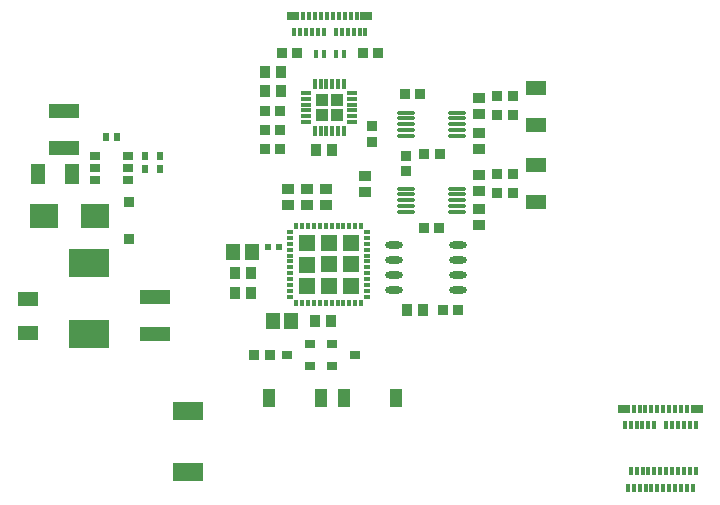
<source format=gbr>
%FSTAX23Y23*%
%MOIN*%
%SFA1B1*%

%IPPOS*%
%AMD13*
4,1,8,0.027600,0.005500,-0.027600,0.005500,-0.028900,0.004100,-0.028900,-0.004100,-0.027600,-0.005500,0.027600,-0.005500,0.028900,-0.004100,0.028900,0.004100,0.027600,0.005500,0.0*
1,1,0.002756,0.027600,0.004100*
1,1,0.002756,-0.027600,0.004100*
1,1,0.002756,-0.027600,-0.004100*
1,1,0.002756,0.027600,-0.004100*
%
%AMD22*
4,1,8,-0.006900,0.007100,-0.006900,-0.007100,-0.005200,-0.008900,0.005200,-0.008900,0.006900,-0.007100,0.006900,0.007100,0.005200,0.008900,-0.005200,0.008900,-0.006900,0.007100,0.0*
1,1,0.003444,-0.005200,0.007100*
1,1,0.003444,-0.005200,-0.007100*
1,1,0.003444,0.005200,-0.007100*
1,1,0.003444,0.005200,0.007100*
%
%AMD23*
4,1,8,0.007100,0.006900,-0.007100,0.006900,-0.008900,0.005200,-0.008900,-0.005200,-0.007100,-0.006900,0.007100,-0.006900,0.008900,-0.005200,0.008900,0.005200,0.007100,0.006900,0.0*
1,1,0.003444,0.007100,0.005200*
1,1,0.003444,-0.007100,0.005200*
1,1,0.003444,-0.007100,-0.005200*
1,1,0.003444,0.007100,-0.005200*
%
%AMD24*
4,1,8,0.005100,-0.015800,0.005100,0.015800,0.004800,0.016100,-0.004800,0.016100,-0.005100,0.015800,-0.005100,-0.015800,-0.004800,-0.016100,0.004800,-0.016100,0.005100,-0.015800,0.0*
1,1,0.000716,0.004800,-0.015800*
1,1,0.000716,0.004800,0.015800*
1,1,0.000716,-0.004800,0.015800*
1,1,0.000716,-0.004800,-0.015800*
%
%AMD25*
4,1,8,0.005100,-0.016200,0.005100,0.016200,0.004800,0.016500,-0.004800,0.016500,-0.005100,0.016200,-0.005100,-0.016200,-0.004800,-0.016500,0.004800,-0.016500,0.005100,-0.016200,0.0*
1,1,0.000716,0.004800,-0.016200*
1,1,0.000716,0.004800,0.016200*
1,1,0.000716,-0.004800,0.016200*
1,1,0.000716,-0.004800,-0.016200*
%
%AMD26*
4,1,8,0.015800,0.005100,-0.015800,0.005100,-0.016100,0.004800,-0.016100,-0.004800,-0.015800,-0.005100,0.015800,-0.005100,0.016100,-0.004800,0.016100,0.004800,0.015800,0.005100,0.0*
1,1,0.000716,0.015800,0.004800*
1,1,0.000716,-0.015800,0.004800*
1,1,0.000716,-0.015800,-0.004800*
1,1,0.000716,0.015800,-0.004800*
%
%ADD11R,0.041339X0.062992*%
%ADD12R,0.011811X0.031496*%
G04~CAMADD=13~8~0.0~0.0~578.7~110.2~13.8~0.0~15~0.0~0.0~0.0~0.0~0~0.0~0.0~0.0~0.0~0~0.0~0.0~0.0~0.0~578.7~110.2*
%ADD13D13*%
%ADD14R,0.033465X0.037402*%
%ADD15R,0.066929X0.045276*%
%ADD16R,0.039370X0.035433*%
%ADD17R,0.011811X0.027559*%
%ADD18R,0.039370X0.027559*%
%ADD19R,0.019685X0.023622*%
%ADD20R,0.051181X0.055118*%
G04~CAMADD=22~8~0.0~0.0~177.2~137.8~17.2~0.0~15~0.0~0.0~0.0~0.0~0~0.0~0.0~0.0~0.0~0~0.0~0.0~0.0~90.0~138.0~178.0*
%ADD22D22*%
G04~CAMADD=23~8~0.0~0.0~177.2~137.8~17.2~0.0~15~0.0~0.0~0.0~0.0~0~0.0~0.0~0.0~0.0~0~0.0~0.0~0.0~0.0~177.2~137.8*
%ADD23D23*%
G04~CAMADD=24~8~0.0~0.0~322.8~102.4~3.6~0.0~15~0.0~0.0~0.0~0.0~0~0.0~0.0~0.0~0.0~0~0.0~0.0~0.0~270.0~102.0~322.0*
%ADD24D24*%
G04~CAMADD=25~8~0.0~0.0~330.7~102.4~3.6~0.0~15~0.0~0.0~0.0~0.0~0~0.0~0.0~0.0~0.0~0~0.0~0.0~0.0~270.0~102.0~330.0*
%ADD25D25*%
G04~CAMADD=26~8~0.0~0.0~322.8~102.4~3.6~0.0~15~0.0~0.0~0.0~0.0~0~0.0~0.0~0.0~0.0~0~0.0~0.0~0.0~0.0~322.8~102.4*
%ADD26D26*%
%ADD28R,0.137795X0.092520*%
%ADD29R,0.035433X0.039370*%
%ADD30R,0.098425X0.045276*%
%ADD31R,0.096457X0.084646*%
%ADD32R,0.070866X0.051181*%
%ADD33R,0.037402X0.025591*%
%ADD34R,0.023622X0.025197*%
%ADD35R,0.023622X0.029528*%
%ADD36R,0.051181X0.070866*%
%ADD37R,0.037402X0.035433*%
%ADD38R,0.037402X0.033465*%
%ADD39R,0.102362X0.059055*%
%ADD40R,0.035433X0.031496*%
%ADD41O,0.059055X0.023622*%
%ADD42R,0.015748X0.027559*%
%ADD78R,0.055000X0.055000*%
%ADD79R,0.040000X0.040000*%
%LNpcb_power_measurement_paste_top-1*%
%LPD*%
G54D11*
X03369Y02034D03*
X03194D03*
X03619Y02035D03*
X03444D03*
G54D12*
X04607Y01734D03*
X04587D03*
X04568D03*
X04548D03*
X04528D03*
X04509D03*
X04489D03*
X04469D03*
X0445D03*
X0443D03*
X0441D03*
X0439D03*
X044Y01793D03*
X0442D03*
X0444D03*
X04459D03*
X04479D03*
X04499D03*
X04518D03*
X04538D03*
X04558D03*
X04577D03*
X04597D03*
X04617D03*
G54D13*
X03652Y02733D03*
Y02714D03*
Y02694D03*
Y02674D03*
Y02654D03*
X03821D03*
Y02674D03*
Y02694D03*
Y02714D03*
Y02733D03*
X03652Y02986D03*
Y02967D03*
Y02947D03*
Y02927D03*
Y02908D03*
X03821D03*
Y02927D03*
Y02947D03*
Y02967D03*
Y02986D03*
G54D14*
X03699Y03049D03*
X03648D03*
X03711Y02603D03*
X03762D03*
X04006Y02977D03*
X03955D03*
X04006Y02782D03*
X03955D03*
X04006Y02719D03*
X03955D03*
X03763Y02847D03*
X03712D03*
X04006Y0304D03*
X03955D03*
X03145Y02179D03*
X03196D03*
X03773Y02328D03*
X03824D03*
X03181Y02927D03*
X03232D03*
Y02864D03*
X03181D03*
X03232Y0299D03*
X03181D03*
X03507Y03185D03*
X03559D03*
X03236D03*
X03287D03*
G54D15*
X04085Y02687D03*
Y02812D03*
Y02945D03*
Y03069D03*
G54D16*
X03895Y02665D03*
Y02611D03*
Y02864D03*
Y02917D03*
Y02981D03*
Y03034D03*
Y02777D03*
Y02724D03*
X03513Y02776D03*
Y02723D03*
X03385Y0273D03*
Y02677D03*
X03322Y0273D03*
Y02677D03*
X03259D03*
Y0273D03*
G54D17*
X04597Y01946D03*
X04577D03*
X04558D03*
X04538D03*
X04518D03*
X04617D03*
X04459D03*
X04439D03*
X0442D03*
X044D03*
X0438D03*
X04479D03*
X0441Y01998D03*
X0443D03*
X04449D03*
X04469D03*
X04489D03*
X04528D03*
X04548D03*
X04567D03*
X04587D03*
X04508D03*
X03407Y03307D03*
X03486D03*
X03466D03*
X03446D03*
X03427D03*
X03387D03*
X03368D03*
X03348D03*
X03328D03*
X03309D03*
X03377Y03255D03*
X03279D03*
X03299D03*
X03318D03*
X03338D03*
X03358D03*
X03515D03*
X03417D03*
X03437D03*
X03456D03*
X03476D03*
X03496D03*
G54D18*
X04376Y01998D03*
X04621Y01998D03*
X03519Y03307D03*
X03275Y03307D03*
G54D19*
X03227Y02539D03*
X03192D03*
G54D20*
X03269Y0229D03*
X03206D03*
X03073Y02522D03*
X03136D03*
G54D22*
X03285Y02608D03*
X03305D03*
X03324D03*
X03344D03*
X03364D03*
X03383D03*
X03403D03*
X03423D03*
X03442D03*
X03462D03*
X03482D03*
X03501D03*
Y02351D03*
X03482D03*
X03462D03*
X03442D03*
X03423D03*
X03403D03*
X03383D03*
X03364D03*
X03344D03*
X03324D03*
X03305D03*
X03285D03*
G54D23*
X03522Y02588D03*
Y02568D03*
Y02549D03*
Y02529D03*
Y02509D03*
Y0249D03*
Y0247D03*
Y0245D03*
Y02431D03*
Y02411D03*
Y02391D03*
Y02372D03*
X03265D03*
Y02391D03*
Y02411D03*
Y02431D03*
Y0245D03*
Y0247D03*
Y0249D03*
Y02509D03*
Y02529D03*
Y02549D03*
Y02568D03*
Y02588D03*
G54D24*
X03405Y0308D03*
X03425D03*
X03385D03*
X03366D03*
X03346D03*
X03385Y02926D03*
X03366D03*
X03346D03*
X03405D03*
X03425D03*
X03444D03*
G54D25*
X03444Y03081D03*
G54D26*
X03318Y03013D03*
Y03033D03*
Y03053D03*
Y02994D03*
Y02974D03*
Y02954D03*
X03472Y02994D03*
Y02974D03*
Y02954D03*
Y03013D03*
Y03033D03*
Y03053D03*
G54D28*
X02594Y02485D03*
Y02249D03*
G54D29*
X03347Y02293D03*
X034D03*
X03655Y02328D03*
X03708D03*
X03082Y02384D03*
X03135D03*
X03082Y0245D03*
X03135D03*
X03404Y02862D03*
X03351D03*
X03233Y03057D03*
X0318D03*
Y0312D03*
X03233D03*
G54D30*
X02815Y02373D03*
Y02249D03*
X02511Y02868D03*
Y02992D03*
G54D31*
X02445Y02643D03*
X02615D03*
G54D32*
X0239Y0225D03*
Y02364D03*
G54D33*
X02615Y02763D03*
Y02803D03*
Y02842D03*
X02723D03*
Y02803D03*
Y02763D03*
G54D34*
X02687Y02905D03*
X02652D03*
G54D35*
X0283Y02842D03*
Y02797D03*
X02781D03*
Y02842D03*
G54D36*
X02423Y0278D03*
X02537D03*
G54D37*
X02727Y02564D03*
Y02688D03*
G54D38*
X03652Y02791D03*
Y02842D03*
X03537Y02889D03*
Y0294D03*
G54D39*
X02924Y0199D03*
Y01789D03*
G54D40*
X03253Y02178D03*
X03332Y02215D03*
Y0214D03*
X03482Y02178D03*
X03403Y0214D03*
Y02215D03*
G54D41*
X03823Y02396D03*
Y02446D03*
Y02496D03*
Y02546D03*
X03611Y02396D03*
Y02446D03*
Y02496D03*
Y02546D03*
G54D42*
X03444Y03183D03*
X03417D03*
X0335D03*
X03377D03*
G54D78*
X03394Y02407D03*
X03393Y0248D03*
Y02553D03*
X03466Y0248D03*
X03466Y02407D03*
Y02552D03*
X03321Y02407D03*
Y02479D03*
Y02552D03*
G54D79*
X0342Y03028D03*
Y02978D03*
X0337Y03028D03*
Y02978D03*
M02*
</source>
